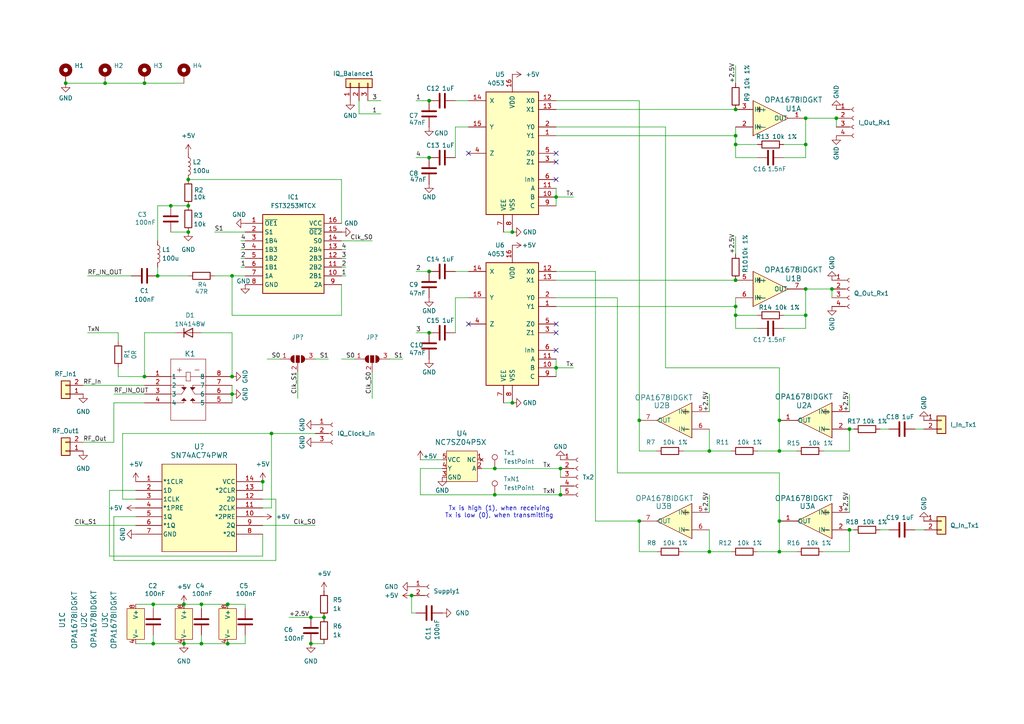
<source format=kicad_sch>
(kicad_sch (version 20231120) (generator "eeschema") (generator_version "8.0")
  (paper "A4")
  (title_block (title "Phasor Radio: Mixer") (date "2024-04-28") (rev "v2") (company "Stefan Meyre, HB9GZE"))
  (junction (at 213.36 41.91))
  (junction (at 30.48 24.13))
  (junction (at 226.06 130.81))
  (junction (at 58.42 186.69))
  (junction (at 44.45 186.69))
  (junction (at 67.31 109.22))
  (junction (at 162.56 135.89))
  (junction (at 41.91 24.13))
  (junction (at 241.3 83.82))
  (junction (at 185.42 121.92))
  (junction (at 233.68 41.91))
  (junction (at 90.17 179.07))
  (junction (at 41.91 109.22))
  (junction (at 161.29 57.15))
  (junction (at 213.36 31.75))
  (junction (at 58.42 175.26))
  (junction (at 185.42 151.13))
  (junction (at 233.68 34.29))
  (junction (at 54.61 59.69))
  (junction (at 54.61 67.31))
  (junction (at 67.31 80.01))
  (junction (at 143.51 143.51))
  (junction (at 67.31 114.3))
  (junction (at 53.34 175.26))
  (junction (at 124.46 96.52))
  (junction (at 205.74 130.81))
  (junction (at 66.04 186.69))
  (junction (at 233.68 91.44))
  (junction (at 213.36 88.9))
  (junction (at 233.68 83.82))
  (junction (at 66.04 175.26))
  (junction (at 213.36 81.28))
  (junction (at 205.74 160.02))
  (junction (at 53.34 186.69))
  (junction (at 93.98 179.07))
  (junction (at 54.61 52.07))
  (junction (at 148.59 67.31))
  (junction (at 226.06 121.92))
  (junction (at 161.29 106.68))
  (junction (at 45.72 80.01))
  (junction (at 119.38 172.72))
  (junction (at 143.51 135.89))
  (junction (at 90.17 186.69))
  (junction (at 78.74 125.73))
  (junction (at 213.36 39.37))
  (junction (at 213.36 91.44))
  (junction (at 226.06 160.02))
  (junction (at 19.05 24.13))
  (junction (at 76.2 139.7))
  (junction (at 162.56 143.51))
  (junction (at 49.53 59.69))
  (junction (at 246.38 124.46))
  (junction (at 124.46 45.72))
  (junction (at 124.46 29.21))
  (junction (at 246.38 153.67))
  (junction (at 124.46 78.74))
  (junction (at 242.57 34.29))
  (junction (at 44.45 175.26))
  (junction (at 226.06 151.13))
  (junction (at 148.59 116.84))
  (no_connect (at 135.89 44.45))
  (no_connect (at 135.89 93.98))
  (no_connect (at 161.29 52.07))
  (no_connect (at 161.29 93.98))
  (no_connect (at 161.29 96.52))
  (no_connect (at 161.29 101.6))
  (no_connect (at 161.29 44.45))
  (no_connect (at 161.29 46.99))
  (wire (pts (xy 67.31 111.76) (xy 67.31 114.3)))
  (wire (pts (xy 34.29 99.06) (xy 34.29 96.52)))
  (wire (pts (xy 39.37 144.78) (xy 35.56 144.78)))
  (wire (pts (xy 71.12 69.85) (xy 69.85 69.85)))
  (wire (pts (xy 33.02 128.27) (xy 33.02 116.84)))
  (wire (pts (xy 113.03 104.14) (xy 116.84 104.14)))
  (wire (pts (xy 128.27 135.89) (xy 121.92 135.89)))
  (wire (pts (xy 242.57 34.29) (xy 242.57 36.83)))
  (wire (pts (xy 255.27 153.67) (xy 257.81 153.67)))
  (wire (pts (xy 76.2 154.94) (xy 76.2 161.29)))
  (wire (pts (xy 99.06 69.85) (xy 107.95 69.85)))
  (wire (pts (xy 213.36 88.9) (xy 213.36 91.44)))
  (wire (pts (xy 233.68 83.82) (xy 241.3 83.82)))
  (wire (pts (xy 246.38 143.51) (xy 246.38 148.59)))
  (wire (pts (xy 99.06 104.14) (xy 102.87 104.14)))
  (wire (pts (xy 205.74 130.81) (xy 212.09 130.81)))
  (wire (pts (xy 30.48 24.13) (xy 41.91 24.13)))
  (wire (pts (xy 198.12 160.02) (xy 205.74 160.02)))
  (wire (pts (xy 247.65 124.46) (xy 246.38 124.46)))
  (wire (pts (xy 67.31 80.01) (xy 67.31 91.44)))
  (wire (pts (xy 205.74 153.67) (xy 205.74 160.02)))
  (wire (pts (xy 45.72 59.69) (xy 45.72 69.85)))
  (wire (pts (xy 35.56 144.78) (xy 35.56 125.73)))
  (wire (pts (xy 132.08 86.36) (xy 132.08 96.52)))
  (wire (pts (xy 198.12 130.81) (xy 205.74 130.81)))
  (wire (pts (xy 255.27 124.46) (xy 257.81 124.46)))
  (wire (pts (xy 246.38 114.3) (xy 246.38 119.38)))
  (wire (pts (xy 241.3 83.82) (xy 241.3 86.36)))
  (wire (pts (xy 24.13 111.76) (xy 41.91 111.76)))
  (wire (pts (xy 83.82 179.07) (xy 90.17 179.07)))
  (wire (pts (xy 121.92 133.35) (xy 128.27 133.35)))
  (wire (pts (xy 120.65 96.52) (xy 124.46 96.52)))
  (wire (pts (xy 161.29 57.15) (xy 166.37 57.15)))
  (wire (pts (xy 265.43 153.67) (xy 267.97 153.67)))
  (wire (pts (xy 246.38 124.46) (xy 246.38 130.81)))
  (wire (pts (xy 39.37 186.69) (xy 44.45 186.69)))
  (wire (pts (xy 71.12 77.47) (xy 69.85 77.47)))
  (wire (pts (xy 193.04 106.68) (xy 193.04 36.83)))
  (wire (pts (xy 67.31 114.3) (xy 67.31 116.84)))
  (wire (pts (xy 213.36 39.37) (xy 213.36 41.91)))
  (wire (pts (xy 49.53 67.31) (xy 54.61 67.31)))
  (wire (pts (xy 33.02 162.56) (xy 80.01 162.56)))
  (wire (pts (xy 179.07 86.36) (xy 161.29 86.36)))
  (wire (pts (xy 146.05 67.31) (xy 148.59 67.31)))
  (wire (pts (xy 90.17 186.69) (xy 93.98 186.69)))
  (wire (pts (xy 121.92 143.51) (xy 121.92 135.89)))
  (wire (pts (xy 86.36 107.95) (xy 86.36 115.57)))
  (wire (pts (xy 67.31 80.01) (xy 71.12 80.01)))
  (wire (pts (xy 77.47 104.14) (xy 81.28 104.14)))
  (wire (pts (xy 45.72 77.47) (xy 45.72 80.01)))
  (wire (pts (xy 161.29 81.28) (xy 213.36 81.28)))
  (wire (pts (xy 58.42 184.15) (xy 58.42 186.69)))
  (wire (pts (xy 53.34 175.26) (xy 58.42 175.26)))
  (wire (pts (xy 265.43 124.46) (xy 267.97 124.46)))
  (wire (pts (xy 219.71 130.81) (xy 226.06 130.81)))
  (wire (pts (xy 132.08 45.72) (xy 132.08 36.83)))
  (wire (pts (xy 71.12 176.53) (xy 71.12 175.26)))
  (wire (pts (xy 143.51 135.89) (xy 162.56 135.89)))
  (wire (pts (xy 31.75 142.24) (xy 39.37 142.24)))
  (wire (pts (xy 185.42 29.21) (xy 161.29 29.21)))
  (wire (pts (xy 71.12 184.15) (xy 71.12 186.69)))
  (wire (pts (xy 69.85 72.39) (xy 71.12 72.39)))
  (wire (pts (xy 31.75 161.29) (xy 31.75 142.24)))
  (wire (pts (xy 104.14 29.21) (xy 104.14 33.02)))
  (wire (pts (xy 205.74 160.02) (xy 212.09 160.02)))
  (wire (pts (xy 185.42 29.21) (xy 185.42 121.92)))
  (wire (pts (xy 58.42 175.26) (xy 66.04 175.26)))
  (wire (pts (xy 213.36 45.72) (xy 219.71 45.72)))
  (wire (pts (xy 219.71 160.02) (xy 226.06 160.02)))
  (wire (pts (xy 161.29 106.68) (xy 161.29 109.22)))
  (wire (pts (xy 76.2 152.4) (xy 91.44 152.4)))
  (wire (pts (xy 226.06 130.81) (xy 226.06 121.92)))
  (wire (pts (xy 33.02 116.84) (xy 41.91 116.84)))
  (wire (pts (xy 185.42 151.13) (xy 172.72 151.13)))
  (wire (pts (xy 34.29 106.68) (xy 34.29 109.22)))
  (wire (pts (xy 231.14 130.81) (xy 226.06 130.81)))
  (wire (pts (xy 132.08 78.74) (xy 135.89 78.74)))
  (wire (pts (xy 67.31 96.52) (xy 67.31 109.22)))
  (wire (pts (xy 45.72 59.69) (xy 49.53 59.69)))
  (wire (pts (xy 41.91 24.13) (xy 53.34 24.13)))
  (wire (pts (xy 99.06 82.55) (xy 99.06 91.44)))
  (wire (pts (xy 185.42 160.02) (xy 185.42 151.13)))
  (wire (pts (xy 44.45 175.26) (xy 53.34 175.26)))
  (wire (pts (xy 19.05 24.13) (xy 30.48 24.13)))
  (wire (pts (xy 185.42 130.81) (xy 190.5 130.81)))
  (wire (pts (xy 25.4 80.01) (xy 38.1 80.01)))
  (wire (pts (xy 161.29 106.68) (xy 166.37 106.68)))
  (wire (pts (xy 90.17 179.07) (xy 93.98 179.07)))
  (wire (pts (xy 76.2 139.7) (xy 76.2 142.24)))
  (wire (pts (xy 179.07 137.16) (xy 179.07 86.36)))
  (wire (pts (xy 213.36 41.91) (xy 219.71 41.91)))
  (wire (pts (xy 161.29 104.14) (xy 161.29 106.68)))
  (wire (pts (xy 162.56 135.89) (xy 162.56 138.43)))
  (wire (pts (xy 44.45 175.26) (xy 44.45 176.53)))
  (wire (pts (xy 104.14 33.02) (xy 110.49 33.02)))
  (wire (pts (xy 226.06 151.13) (xy 226.06 160.02)))
  (wire (pts (xy 62.23 67.31) (xy 71.12 67.31)))
  (wire (pts (xy 193.04 36.83) (xy 161.29 36.83)))
  (wire (pts (xy 227.33 41.91) (xy 233.68 41.91)))
  (wire (pts (xy 58.42 186.69) (xy 66.04 186.69)))
  (wire (pts (xy 226.06 121.92) (xy 226.06 106.68)))
  (wire (pts (xy 227.33 95.25) (xy 233.68 95.25)))
  (wire (pts (xy 213.36 41.91) (xy 213.36 45.72)))
  (wire (pts (xy 100.33 80.01) (xy 99.06 80.01)))
  (wire (pts (xy 120.65 45.72) (xy 124.46 45.72)))
  (wire (pts (xy 161.29 78.74) (xy 172.72 78.74)))
  (wire (pts (xy 62.23 80.01) (xy 67.31 80.01)))
  (wire (pts (xy 107.95 107.95) (xy 107.95 115.57)))
  (wire (pts (xy 226.06 151.13) (xy 226.06 137.16)))
  (wire (pts (xy 139.7 135.89) (xy 143.51 135.89)))
  (wire (pts (xy 121.92 143.51) (xy 143.51 143.51)))
  (wire (pts (xy 213.36 73.66) (xy 213.36 68.58)))
  (wire (pts (xy 54.61 52.07) (xy 99.06 52.07)))
  (wire (pts (xy 71.12 74.93) (xy 69.85 74.93)))
  (wire (pts (xy 41.91 109.22) (xy 41.91 96.52)))
  (wire (pts (xy 33.02 149.86) (xy 33.02 162.56)))
  (wire (pts (xy 190.5 160.02) (xy 185.42 160.02)))
  (wire (pts (xy 246.38 130.81) (xy 238.76 130.81)))
  (wire (pts (xy 233.68 34.29) (xy 242.57 34.29)))
  (wire (pts (xy 246.38 153.67) (xy 246.38 160.02)))
  (wire (pts (xy 135.89 86.36) (xy 132.08 86.36)))
  (wire (pts (xy 143.51 143.51) (xy 162.56 143.51)))
  (wire (pts (xy 185.42 121.92) (xy 185.42 130.81)))
  (wire (pts (xy 132.08 29.21) (xy 135.89 29.21)))
  (wire (pts (xy 119.38 177.8) (xy 120.65 177.8)))
  (wire (pts (xy 41.91 96.52) (xy 50.8 96.52)))
  (wire (pts (xy 146.05 116.84) (xy 148.59 116.84)))
  (wire (pts (xy 226.06 137.16) (xy 179.07 137.16)))
  (wire (pts (xy 161.29 57.15) (xy 161.29 59.69)))
  (wire (pts (xy 99.06 74.93) (xy 100.33 74.93)))
  (wire (pts (xy 205.74 114.3) (xy 205.74 119.38)))
  (wire (pts (xy 66.04 175.26) (xy 71.12 175.26)))
  (wire (pts (xy 44.45 184.15) (xy 44.45 186.69)))
  (wire (pts (xy 39.37 175.26) (xy 44.45 175.26)))
  (wire (pts (xy 49.53 59.69) (xy 54.61 59.69)))
  (wire (pts (xy 205.74 124.46) (xy 205.74 130.81)))
  (wire (pts (xy 172.72 151.13) (xy 172.72 78.74)))
  (wire (pts (xy 54.61 80.01) (xy 45.72 80.01)))
  (wire (pts (xy 227.33 45.72) (xy 233.68 45.72)))
  (wire (pts (xy 80.01 144.78) (xy 76.2 144.78)))
  (wire (pts (xy 213.36 91.44) (xy 213.36 95.25)))
  (wire (pts (xy 53.34 186.69) (xy 58.42 186.69)))
  (wire (pts (xy 58.42 96.52) (xy 67.31 96.52)))
  (wire (pts (xy 120.65 78.74) (xy 124.46 78.74)))
  (wire (pts (xy 33.02 114.3) (xy 41.91 114.3)))
  (wire (pts (xy 226.06 106.68) (xy 193.04 106.68)))
  (wire (pts (xy 39.37 149.86) (xy 33.02 149.86)))
  (wire (pts (xy 233.68 91.44) (xy 233.68 83.82)))
  (wire (pts (xy 78.74 125.73) (xy 91.44 125.73)))
  (wire (pts (xy 119.38 172.72) (xy 119.38 177.8)))
  (wire (pts (xy 91.44 104.14) (xy 95.25 104.14)))
  (wire (pts (xy 35.56 125.73) (xy 78.74 125.73)))
  (wire (pts (xy 161.29 54.61) (xy 161.29 57.15)))
  (wire (pts (xy 80.01 162.56) (xy 80.01 144.78)))
  (wire (pts (xy 233.68 95.25) (xy 233.68 91.44)))
  (wire (pts (xy 100.33 77.47) (xy 99.06 77.47)))
  (wire (pts (xy 21.59 152.4) (xy 39.37 152.4)))
  (wire (pts (xy 99.06 91.44) (xy 67.31 91.44)))
  (wire (pts (xy 132.08 36.83) (xy 135.89 36.83)))
  (wire (pts (xy 213.36 88.9) (xy 213.36 86.36)))
  (wire (pts (xy 161.29 39.37) (xy 213.36 39.37)))
  (wire (pts (xy 34.29 109.22) (xy 41.91 109.22)))
  (wire (pts (xy 213.36 91.44) (xy 219.71 91.44)))
  (wire (pts (xy 161.29 88.9) (xy 213.36 88.9)))
  (wire (pts (xy 226.06 160.02) (xy 231.14 160.02)))
  (wire (pts (xy 213.36 24.13) (xy 213.36 19.05)))
  (wire (pts (xy 233.68 41.91) (xy 233.68 34.29)))
  (wire (pts (xy 99.06 52.07) (xy 99.06 64.77)))
  (wire (pts (xy 213.36 39.37) (xy 213.36 36.83)))
  (wire (pts (xy 24.13 128.27) (xy 33.02 128.27)))
  (wire (pts (xy 25.4 96.52) (xy 34.29 96.52)))
  (wire (pts (xy 247.65 153.67) (xy 246.38 153.67)))
  (wire (pts (xy 58.42 175.26) (xy 58.42 176.53)))
  (wire (pts (xy 161.29 31.75) (xy 213.36 31.75)))
  (wire (pts (xy 78.74 147.32) (xy 78.74 125.73)))
  (wire (pts (xy 246.38 160.02) (xy 238.76 160.02)))
  (wire (pts (xy 227.33 91.44) (xy 233.68 91.44)))
  (wire (pts (xy 71.12 186.69) (xy 66.04 186.69)))
  (wire (pts (xy 106.68 29.21) (xy 110.49 29.21)))
  (wire (pts (xy 213.36 95.25) (xy 219.71 95.25)))
  (wire (pts (xy 120.65 29.21) (xy 124.46 29.21)))
  (wire (pts (xy 76.2 161.29) (xy 31.75 161.29)))
  (wire (pts (xy 233.68 45.72) (xy 233.68 41.91)))
  (wire (pts (xy 100.33 72.39) (xy 99.06 72.39)))
  (wire (pts (xy 205.74 143.51) (xy 205.74 148.59)))
  (wire (pts (xy 44.45 186.69) (xy 53.34 186.69)))
  (wire (pts (xy 162.56 140.97) (xy 162.56 143.51)))
  (wire (pts (xy 76.2 147.32) (xy 78.74 147.32)))
  (text "Tx is high (1), when receiving\nTx is low (0), when transmitting" (at 144.78 148.59 0) (effects (font (size 1.27 1.27))))
  (label "3" (at 69.85 72.39 0))
  (label "3" (at 120.65 96.52 0))
  (label "RF_IN_OUT" (at 33.02 114.3 0))
  (label "+2.5V" (at 213.36 73.66 90))
  (label "S1" (at 114.3 104.14 0))
  (label "1" (at 69.85 77.47 0))
  (label "Clk_S0" (at 107.95 114.3 90))
  (label "Clk_S1" (at 86.36 114.3 90))
  (label "2" (at 69.85 74.93 0))
  (label "1" (at 107.95 33.02 0))
  (label "TxN" (at 25.4 96.52 0))
  (label "Tx" (at 166.37 57.15 180))
  (label "RF_Out" (at 24.13 128.27 0))
  (label "+2.5V" (at 205.74 148.59 90))
  (label "+2.5V" (at 246.38 148.59 90))
  (label "S0" (at 78.74 104.14 0))
  (label "+2.5V" (at 246.38 119.38 90))
  (label "1" (at 120.65 29.21 0))
  (label "Clk_S0" (at 85.09 152.4 0))
  (label "Tx" (at 166.37 106.68 180))
  (label "2" (at 120.65 78.74 0))
  (label "4" (at 120.65 45.72 0))
  (label "TxN" (at 157.48 143.51 0))
  (label "RF_IN_OUT" (at 25.4 80.01 0))
  (label "S1" (at 92.71 104.14 0))
  (label "RF_In" (at 24.13 111.76 0))
  (label "4" (at 69.85 69.85 0))
  (label "4" (at 99.06 72.39 0))
  (label "+2.5V" (at 83.82 179.07 0))
  (label "S1" (at 62.23 67.31 0))
  (label "+2.5V" (at 213.36 24.13 90))
  (label "2" (at 99.06 77.47 0))
  (label "Clk_S1" (at 21.59 152.4 0))
  (label "3" (at 99.06 74.93 0))
  (label "S0" (at 100.33 104.14 0))
  (label "+2.5V" (at 205.74 119.38 90))
  (label "Clk_S0" (at 101.6 69.85 0))
  (label "3" (at 107.95 29.21 0))
  (label "Tx" (at 157.48 135.89 0))
  (label "1" (at 99.06 80.01 0))
  (symbol (lib_id "Device:R") (at 34.29 102.87 180) (unit 1)
    (property "Reference" "R1" (at 36.83 102.616 90))
    (property "Value" "0R" (at 38.862 102.87 90))
    (property "Footprint" "Resistor_SMD:R_0805_2012Metric_Pad1.20x1.40mm_HandSolder" (effects (hide yes)))
    (property "Description" "Resistor" (effects (hide yes)))
  )
  (symbol (lib_id "power:+5V") (at 121.92 133.35 0) (unit 1)
    (property "Reference" "#PWR020" (effects (hide yes)))
    (property "Value" "+5V" (at 124.714 132.334 0))
    (property "Description" "Power symbol creates a global label with name \"+5V\"" (effects (hide yes)))
  )
  (symbol (lib_id "Device:R") (at 223.52 91.44 90) (unit 1)
    (property "Reference" "R14" (at 221.996 89.154 90))
    (property "Value" "10k 1%" (at 228.346 89.154 90))
    (property "Footprint" "Resistor_SMD:R_0805_2012Metric_Pad1.20x1.40mm_HandSolder" (effects (hide yes)))
    (property "Description" "Resistor" (effects (hide yes)))
  )
  (symbol (lib_id "power:GND") (at 53.34 186.69 0) (unit 1)
    (property "Reference" "#PWR05" (effects (hide yes)))
    (property "Value" "GND" (at 53.34 191.77 0))
    (property "Description" "Power symbol creates a global label with name \"GND\" , ground" (effects (hide yes)))
  )
  (symbol (lib_id "Mechanical:MountingHole_Pad") (at 19.05 21.59 0) (unit 1)
    (property "Reference" "H1" (at 21.59 19.0499 0) (effects (justify left)))
    (property "Value" "MountingHole_Pad" (effects (hide yes)))
    (property "Footprint" "MountingHole:MountingHole_2.7mm_M2.5_DIN965_Pad_TopBottom" (effects (hide yes)))
    (property "Description" "Mounting Hole with connection" (effects (hide yes)))
  )
  (symbol (lib_id "power:+5V") (at 93.98 171.45 0) (unit 1)
    (property "Reference" "#PWR015" (effects (hide yes)))
    (property "Value" "+5V" (at 93.98 166.37 0))
    (property "Description" "Power symbol creates a global label with name \"+5V\"" (effects (hide yes)))
  )
  (symbol (lib_id "Jumper:SolderJumper_3_Open") (at 86.36 104.14 0) (unit 1) (exclude_from_sim yes) (in_bom no)
    (property "Reference" "JP?" (at 86.36 97.79 0))
    (property "Value" "SolderJumper_3_Open" (effects (hide yes)))
    (property "Description" "Solder Jumper, 3-pole, open" (effects (hide yes)))
  )
  (symbol (lib_id "Device:L") (at 45.72 73.66 0) (unit 1)
    (property "Reference" "L1" (at 46.99 72.3899 0) (effects (justify left)))
    (property "Value" "100u" (at 46.99 74.9299 0) (effects (justify left)))
    (property "Footprint" "Inductor_SMD:L_0805_2012Metric_Pad1.15x1.40mm_HandSolder" (effects (hide yes)))
    (property "Description" "Inductor" (effects (hide yes)))
  )
  (symbol (lib_id "power:GND") (at 242.57 39.37 0) (unit 1)
    (property "Reference" "#PWR035" (effects (hide yes)))
    (property "Value" "GND" (at 242.57 44.45 90))
    (property "Description" "Power symbol creates a global label with name \"GND\" , ground" (effects (hide yes)))
  )
  (symbol (lib_id "Device:R") (at 215.9 160.02 90) (unit 1)
    (property "Reference" "R12" (at 210.312 157.48 90))
    (property "Value" "10k 1%" (at 217.424 157.48 90))
    (property "Footprint" "Resistor_SMD:R_0805_2012Metric_Pad1.20x1.40mm_HandSolder" (effects (hide yes)))
    (property "Description" "Resistor" (effects (hide yes)))
  )
  (symbol (lib_id "Connector:Conn_01x02_Socket") (at 124.46 170.18 0) (unit 1)
    (property "Reference" "Supply1" (at 125.73 171.4499 0) (effects (justify left)))
    (property "Value" "Conn_01x02_Socket" (effects (hide yes)))
    (property "Footprint" "Connector_JST:JST_EH_B2B-EH-A_1x02_P2.50mm_Vertical" (effects (hide yes)))
    (property "Description" "Generic connector, single row, 01x02, script generated" (effects (hide yes)))
  )
  (symbol (lib_id "Device:C") (at 71.12 180.34 180) (unit 1)
    (property "Reference" "C5" (at 69.342 169.926 0) (effects (justify right)))
    (property "Value" "100nF" (at 68.326 172.212 0) (effects (justify right)))
    (property "Footprint" "Capacitor_SMD:C_0805_2012Metric_Pad1.18x1.45mm_HandSolder" (effects (hide yes)))
    (property "Description" "Unpolarized capacitor" (effects (hide yes)))
  )
  (symbol (lib_id "Connector:Conn_01x04_Socket") (at 247.65 34.29 0) (unit 1)
    (property "Reference" "I_Out_Rx1" (at 248.92 35.5599 0) (effects (justify left)))
    (property "Value" "Conn_01x04_Socket" (effects (hide yes)))
    (property "Footprint" "Connector_JST:JST_EH_B4B-EH-A_1x04_P2.50mm_Vertical" (effects (hide yes)))
    (property "Description" "Generic connector, single row, 01x04, script generated" (effects (hide yes)))
  )
  (symbol (lib_id "power:GND") (at 24.13 130.81 0) (unit 1)
    (property "Reference" "#PWR03" (effects (hide yes)))
    (property "Value" "GND" (at 24.13 135.89 0))
    (property "Description" "Power symbol creates a global label with name \"GND\" , ground" (effects (hide yes)))
  )
  (symbol (lib_id "power:GND") (at 99.06 67.31 90) (unit 1)
    (property "Reference" "#PWR016" (effects (hide yes)))
    (property "Value" "GND" (at 101.854 64.77 90))
    (property "Description" "Power symbol creates a global label with name \"GND\" , ground" (effects (hide yes)))
  )
  (symbol (lib_id "power:GND") (at 124.46 53.34 0) (unit 1)
    (property "Reference" "#PWR022" (effects (hide yes)))
    (property "Value" "GND" (at 124.46 57.15 0))
    (property "Description" "Power symbol creates a global label with name \"GND\" , ground" (effects (hide yes)))
  )
  (symbol (lib_id "Private:OPA1678IDGKT") (at 223.52 82.55 0) (mirror x) (unit 2)
    (property "Reference" "U1" (at 230.124 80.772 0) (effects (font (size 1.524 1.524))))
    (property "Value" "OPA1678IDGKT" (at 230.124 78.232 0) (effects (font (size 1.524 1.524))))
    (property "Footprint" "Private:OPA1678_L" (effects (hide yes)))
    (property "Datasheet" "OPA1678IDGKT" (effects (hide yes)))
  )
  (symbol (lib_id "power:GND") (at 91.44 123.19 270) (unit 1)
    (property "Reference" "#PWR013" (effects (hide yes)))
    (property "Value" "GND" (at 87.63 123.19 0))
    (property "Description" "Power symbol creates a global label with name \"GND\" , ground" (effects (hide yes)))
  )
  (symbol (lib_id "power:+5V") (at 76.2 149.86 270) (unit 1)
    (property "Reference" "#PWR042" (effects (hide yes)))
    (property "Value" "+5V" (at 80.01 149.8599 90) (effects (justify left)))
    (property "Description" "Power symbol creates a global label with name \"+5V\"" (effects (hide yes)))
  )
  (symbol (lib_id "Device:R") (at 194.31 160.02 90) (unit 1)
    (property "Reference" "R8" (at 188.976 157.48 90))
    (property "Value" "10k 1%" (at 195.834 157.48 90))
    (property "Footprint" "Resistor_SMD:R_0805_2012Metric_Pad1.20x1.40mm_HandSolder" (effects (hide yes)))
    (property "Description" "Resistor" (effects (hide yes)))
  )
  (symbol (lib_id "Device:R") (at 234.95 160.02 90) (unit 1)
    (property "Reference" "R16" (at 230.124 157.48 90))
    (property "Value" "10k 1%" (at 237.49 157.48 90))
    (property "Footprint" "Resistor_SMD:R_0805_2012Metric_Pad1.20x1.40mm_HandSolder" (effects (hide yes)))
    (property "Description" "Resistor" (effects (hide yes)))
  )
  (symbol (lib_id "Device:C") (at 124.46 177.8 270) (unit 1)
    (property "Reference" "C11" (at 124.206 185.674 0) (effects (justify right)))
    (property "Value" "100nF" (at 126.746 185.674 0) (effects (justify right)))
    (property "Footprint" "Capacitor_SMD:C_0805_2012Metric_Pad1.18x1.45mm_HandSolder" (effects (hide yes)))
    (property "Description" "Unpolarized capacitor" (effects (hide yes)))
  )
  (symbol (lib_id "power:+5V") (at 76.2 139.7 0) (unit 1)
    (property "Reference" "#PWR039" (effects (hide yes)))
    (property "Value" "+5V" (at 76.2 134.62 0))
    (property "Description" "Power symbol creates a global label with name \"+5V\"" (effects (hide yes)))
  )
  (symbol (lib_id "Device:R") (at 194.31 130.81 90) (unit 1)
    (property "Reference" "R7" (at 188.722 128.27 90))
    (property "Value" "10k 1%" (at 195.834 128.27 90))
    (property "Footprint" "Resistor_SMD:R_0805_2012Metric_Pad1.20x1.40mm_HandSolder" (effects (hide yes)))
    (property "Description" "Resistor" (effects (hide yes)))
  )
  (symbol (lib_id "Device:C") (at 128.27 96.52 270) (unit 1)
    (property "Reference" "C15" (at 127.508 92.964 90) (effects (justify right)))
    (property "Value" "1uF" (at 131.826 92.964 90) (effects (justify right)))
    (property "Footprint" "Capacitor_SMD:C_0805_2012Metric_Pad1.18x1.45mm_HandSolder" (effects (hide yes)))
    (property "Description" "Unpolarized capacitor" (effects (hide yes)))
  )
  (symbol (lib_id "power:GND") (at 242.57 31.75 180) (unit 1)
    (property "Reference" "#PWR034" (effects (hide yes)))
    (property "Value" "GND" (at 242.57 26.67 90))
    (property "Description" "Power symbol creates a global label with name \"GND\" , ground" (effects (hide yes)))
  )
  (symbol (lib_id "Private:SN74AC74PWR") (at 39.37 139.7 0) (unit 1)
    (property "Reference" "U?" (at 57.785 129.54 0) (effects (font (size 1.524 1.524))))
    (property "Value" "SN74AC74PWR" (at 57.785 132.08 0) (effects (font (size 1.524 1.524))))
    (property "Footprint" "Private:74AC74-L" (effects (hide yes)))
    (property "Datasheet" "SN74AC74PWR" (effects (hide yes)))
  )
  (symbol (lib_id "power:GND") (at 267.97 151.13 180) (unit 1)
    (property "Reference" "#PWR037" (effects (hide yes)))
    (property "Value" "GND" (at 267.97 146.05 90))
    (property "Description" "Power symbol creates a global label with name \"GND\" , ground" (effects (hide yes)))
  )
  (symbol (lib_id "Mechanical:MountingHole_Pad") (at 41.91 21.59 0) (unit 1)
    (property "Reference" "H3" (at 44.45 19.0499 0) (effects (justify left)))
    (property "Value" "MountingHole_Pad" (effects (hide yes)))
    (property "Footprint" "MountingHole:MountingHole_2.7mm_M2.5_DIN965_Pad_TopBottom" (effects (hide yes)))
    (property "Description" "Mounting Hole with connection" (effects (hide yes)))
  )
  (symbol (lib_id "Device:L") (at 54.61 48.26 0) (unit 1)
    (property "Reference" "L2" (at 55.88 46.9899 0) (effects (justify left)))
    (property "Value" "100u" (at 55.88 49.5299 0) (effects (justify left)))
    (property "Footprint" "Inductor_SMD:L_0805_2012Metric_Pad1.15x1.40mm_HandSolder" (effects (hide yes)))
    (property "Description" "Inductor" (effects (hide yes)))
  )
  (symbol (lib_id "Connector:TestPoint") (at 143.51 143.51 0) (unit 1)
    (property "Reference" "TxN1" (at 146.05 138.9379 0) (effects (justify left)))
    (property "Value" "TestPoint" (at 146.05 141.4779 0) (effects (justify left)))
    (property "Footprint" "Connector_Pin:Pin_D0.7mm_L6.5mm_W1.8mm_FlatFork" (effects (hide yes)))
    (property "Description" "test point" (effects (hide yes)))
  )
  (symbol (lib_id "power:GND") (at 124.46 86.36 0) (unit 1)
    (property "Reference" "#PWR023" (effects (hide yes)))
    (property "Value" "GND" (at 124.46 90.17 0))
    (property "Description" "Power symbol creates a global label with name \"GND\" , ground" (effects (hide yes)))
  )
  (symbol (lib_id "Device:R") (at 215.9 130.81 90) (unit 1)
    (property "Reference" "R11" (at 209.55 128.27 90))
    (property "Value" "10k 1%" (at 217.424 128.27 90))
    (property "Footprint" "Resistor_SMD:R_0805_2012Metric_Pad1.20x1.40mm_HandSolder" (effects (hide yes)))
    (property "Description" "Resistor" (effects (hide yes)))
  )
  (symbol (lib_id "Connector_Generic:Conn_01x02") (at 19.05 130.81 180) (unit 1)
    (property "Reference" "RF_Out1" (at 19.05 124.968 0))
    (property "Value" "Conn_01x02" (effects (hide yes)))
    (property "Footprint" "Connector_PinHeader_2.54mm:PinHeader_1x02_P2.54mm_Vertical" (effects (hide yes)))
    (property "Description" "Generic connector, single row, 01x02, script generated (kicad-library-utils/schlib/autogen/connector/)" (effects (hide yes)))
  )
  (symbol (lib_id "power:GND") (at 162.56 133.35 180) (unit 1)
    (property "Reference" "#PWR031" (effects (hide yes)))
    (property "Value" "GND" (at 162.56 129.54 0))
    (property "Description" "Power symbol creates a global label with name \"GND\" , ground" (effects (hide yes)))
  )
  (symbol (lib_id "Diode:1N4148W") (at 54.61 96.52 0) (unit 1)
    (property "Reference" "D1" (at 55.118 91.44 0))
    (property "Value" "1N4148W" (at 55.118 93.98 0))
    (property "Footprint" "Diode_SMD:D_SOD-123" (effects (hide yes)))
    (property "Datasheet" "https://www.vishay.com/docs/85748/1n4148w.pdf" (effects (hide yes)))
    (property "Description" "75V 0.15A Fast Switching Diode, SOD-123" (effects (hide yes)))
    (property "Sim.Device" "D" (effects (hide yes)))
    (property "Sim.Pins" "1=K 2=A" (effects (hide yes)))
  )
  (symbol (lib_id "power:GND") (at 54.61 67.31 0) (unit 1)
    (property "Reference" "#PWR07" (effects (hide yes)))
    (property "Value" "GND" (at 54.61 72.39 0))
    (property "Description" "Power symbol creates a global label with name \"GND\" , ground" (effects (hide yes)))
  )
  (symbol (lib_id "power:GND") (at 128.27 138.43 0) (unit 1)
    (property "Reference" "#PWR025" (effects (hide yes)))
    (property "Value" "GND" (at 128.27 142.24 0))
    (property "Description" "Power symbol creates a global label with name \"GND\" , ground" (effects (hide yes)))
  )
  (symbol (lib_id "Private:OPA1678IDGKT") (at 236.22 149.86 180) (unit 1)
    (property "Reference" "U3" (at 234.188 146.812 0) (effects (font (size 1.524 1.524))))
    (property "Value" "OPA1678IDGKT" (at 233.172 144.526 0) (effects (font (size 1.524 1.524))))
    (property "Footprint" "Private:OPA1678_L" (effects (hide yes)))
    (property "Datasheet" "OPA1678IDGKT" (effects (hide yes)))
  )
  (symbol (lib_id "4xxx:4053") (at 148.59 93.98 0) (mirror y) (unit 1)
    (property "Reference" "U6" (at 146.3959 71.12 0) (effects (justify left)))
    (property "Value" "4053" (at 146.3959 73.66 0) (effects (justify left)))
    (property "Footprint" "Private:TSSOP16_5P1X4P5_NEX" (effects (hide yes)))
    (property "Datasheet" "http://www.intersil.com/content/dam/Intersil/documents/cd40/cd4051bms-52bms-53bms.pdf" (effects (hide yes)))
    (property "Description" "Triple analog Multiplexer 2 to 1 line" (effects (hide yes)))
  )
  (symbol (lib_id "Jumper:SolderJumper_3_Open") (at 107.95 104.14 0) (unit 1) (exclude_from_sim yes) (in_bom no)
    (property "Reference" "JP?" (at 107.95 97.79 0))
    (property "Value" "SolderJumper_3_Open" (effects (hide yes)))
    (property "Description" "Solder Jumper, 3-pole, open" (effects (hide yes)))
  )
  (symbol (lib_id "power:GND") (at 148.59 116.84 90) (unit 1)
    (property "Reference" "#PWR030" (effects (hide yes)))
    (property "Value" "GND" (at 153.67 116.84 90))
    (property "Description" "Power symbol creates a global label with name \"GND\" , ground" (effects (hide yes)))
  )
  (symbol (lib_id "Connector_Generic:Conn_01x03") (at 104.14 24.13 90) (unit 1)
    (property "Reference" "IQ_Balance1" (at 108.458 21.336 90) (effects (justify left)))
    (property "Value" "Conn_01x03" (effects (hide yes)))
    (property "Footprint" "Connector_PinHeader_1.00mm:PinHeader_1x03_P1.00mm_Vertical" (effects (hide yes)))
    (property "Description" "Generic connector, single row, 01x03, script generated (kicad-library-utils/schlib/autogen/connector/)" (effects (hide yes)))
  )
  (symbol (lib_id "power:+5V") (at 148.59 71.12 270) (unit 1)
    (property "Reference" "#PWR029" (effects (hide yes)))
    (property "Value" "+5V" (at 153.416 71.12 90))
    (property "Description" "Power symbol creates a global label with name \"+5V\"" (effects (hide yes)))
  )
  (symbol (lib_id "power:+5V") (at 39.37 147.32 90) (unit 1)
    (property "Reference" "#PWR040" (effects (hide yes)))
    (property "Value" "+5V" (at 35.56 147.3199 90) (effects (justify left)))
    (property "Description" "Power symbol creates a global label with name \"+5V\"" (effects (hide yes)))
  )
  (symbol (lib_id "power:GND") (at 148.59 67.31 90) (unit 1)
    (property "Reference" "#PWR028" (effects (hide yes)))
    (property "Value" "GND" (at 153.67 67.31 90))
    (property "Description" "Power symbol creates a global label with name \"GND\" , ground" (effects (hide yes)))
  )
  (symbol (lib_id "Device:C") (at 44.45 180.34 180) (unit 1)
    (property "Reference" "C2" (at 42.926 169.926 0) (effects (justify right)))
    (property "Value" "100nF" (at 41.91 172.212 0) (effects (justify right)))
    (property "Footprint" "Capacitor_SMD:C_0805_2012Metric_Pad1.18x1.45mm_HandSolder" (effects (hide yes)))
    (property "Description" "Unpolarized capacitor" (effects (hide yes)))
  )
  (symbol (lib_id "Device:R") (at 58.42 80.01 90) (unit 1)
    (property "Reference" "R4" (at 58.674 82.55 90))
    (property "Value" "47R" (at 58.42 84.582 90))
    (property "Footprint" "Resistor_SMD:R_0805_2012Metric_Pad1.20x1.40mm_HandSolder" (effects (hide yes)))
    (property "Description" "Resistor" (effects (hide yes)))
  )
  (symbol (lib_id "Device:C") (at 124.46 49.53 180) (unit 1)
    (property "Reference" "C8" (at 118.618 50.292 0) (effects (justify right)))
    (property "Value" "47nF" (at 118.872 52.07 0) (effects (justify right)))
    (property "Footprint" "Capacitor_SMD:C_0805_2012Metric_Pad1.18x1.45mm_HandSolder" (effects (hide yes)))
    (property "Description" "Unpolarized capacitor" (effects (hide yes)))
  )
  (symbol (lib_id "Device:C") (at 223.52 95.25 270) (unit 1)
    (property "Reference" "C17" (at 222.25 98.552 90) (effects (justify right)))
    (property "Value" "1.5nF" (at 228.092 98.552 90) (effects (justify right)))
    (property "Footprint" "Capacitor_SMD:C_0805_2012Metric_Pad1.18x1.45mm_HandSolder" (effects (hide yes)))
    (property "Description" "Unpolarized capacitor" (effects (hide yes)))
  )
  (symbol (lib_id "Device:C") (at 124.46 82.55 180) (unit 1)
    (property "Reference" "C9" (at 118.618 82.55 0) (effects (justify right)))
    (property "Value" "47nF" (at 118.618 85.09 0) (effects (justify right)))
    (property "Footprint" "Capacitor_SMD:C_0805_2012Metric_Pad1.18x1.45mm_HandSolder" (effects (hide yes)))
    (property "Description" "Unpolarized capacitor" (effects (hide yes)))
  )
  (symbol (lib_id "Device:R") (at 251.46 153.67 90) (unit 1)
    (property "Reference" "R18" (at 247.142 151.384 90))
    (property "Value" "10k 1%" (at 253.746 151.384 90))
    (property "Footprint" "Resistor_SMD:R_0805_2012Metric_Pad1.20x1.40mm_HandSolder" (effects (hide yes)))
    (property "Description" "Resistor" (effects (hide yes)))
  )
  (symbol (lib_id "Device:R") (at 93.98 175.26 180) (unit 1)
    (property "Reference" "R5" (at 96.52 173.9899 0) (effects (justify right)))
    (property "Value" "1k" (at 96.52 176.5299 0) (effects (justify right)))
    (property "Footprint" "Resistor_SMD:R_0805_2012Metric_Pad1.20x1.40mm_HandSolder" (effects (hide yes)))
    (property "Description" "Resistor" (effects (hide yes)))
  )
  (symbol (lib_id "power:+5V") (at 119.38 172.72 90) (unit 1)
    (property "Reference" "#PWR019" (effects (hide yes)))
    (property "Value" "+5V" (at 115.57 172.7199 90) (effects (justify left)))
    (property "Description" "Power symbol creates a global label with name \"+5V\"" (effects (hide yes)))
  )
  (symbol (lib_id "Connector:Conn_01x04_Socket") (at 246.38 83.82 0) (unit 1)
    (property "Reference" "Q_Out_Rx1" (at 247.65 85.0899 0) (effects (justify left)))
    (property "Value" "Conn_01x04_Socket" (effects (hide yes)))
    (property "Footprint" "Connector_JST:JST_EH_B4B-EH-A_1x04_P2.50mm_Vertical" (effects (hide yes)))
    (property "Description" "Generic connector, single row, 01x04, script generated" (effects (hide yes)))
  )
  (symbol (lib_id "Mechanical:MountingHole_Pad") (at 53.34 21.59 0) (unit 1)
    (property "Reference" "H4" (at 55.88 19.0499 0) (effects (justify left)))
    (property "Value" "MountingHole_Pad" (effects (hide yes)))
    (property "Footprint" "MountingHole:MountingHole_2.7mm_M2.5_DIN965_Pad_TopBottom" (effects (hide yes)))
    (property "Description" "Mounting Hole with connection" (effects (hide yes)))
  )
  (symbol (lib_id "Private:OPA1678IDGKT") (at 195.58 120.65 180) (unit 2)
    (property "Reference" "U2" (at 191.9732 117.602 0) (effects (font (size 1.524 1.524))))
    (property "Value" "OPA1678IDGKT" (at 192.532 115.316 0) (effects (font (size 1.524 1.524))))
    (property "Footprint" "Private:OPA1678_L" (effects (hide yes)))
    (property "Datasheet" "OPA1678IDGKT" (effects (hide yes)))
  )
  (symbol (lib_id "power:GND") (at 67.31 109.22 90) (unit 1)
    (property "Reference" "#PWR08" (effects (hide yes)))
    (property "Value" "GND" (at 71.12 109.22 0))
    (property "Description" "Power symbol creates a global label with name \"GND\" , ground" (effects (hide yes)))
  )
  (symbol (lib_id "power:+5V") (at 54.61 44.45 0) (unit 1)
    (property "Reference" "#PWR06" (effects (hide yes)))
    (property "Value" "+5V" (at 54.61 39.37 0))
    (property "Description" "Power symbol creates a global label with name \"+5V\"" (effects (hide yes)))
  )
  (symbol (lib_id "power:GND") (at 128.27 177.8 90) (unit 1)
    (property "Reference" "#PWR026" (effects (hide yes)))
    (property "Value" "GND" (at 132.08 177.7999 90) (effects (justify right)))
    (property "Description" "Power symbol creates a global label with name \"GND\" , ground" (effects (hide yes)))
  )
  (symbol (lib_id "power:GND") (at 241.3 81.28 180) (unit 1)
    (property "Reference" "#PWR032" (effects (hide yes)))
    (property "Value" "GND" (at 241.3 76.2 90))
    (property "Description" "Power symbol creates a global label with name \"GND\" , ground" (effects (hide yes)))
  )
  (symbol (lib_id "power:+5V") (at 53.34 175.26 0) (unit 1)
    (property "Reference" "#PWR04" (effects (hide yes)))
    (property "Value" "+5V" (at 53.34 170.18 0))
    (property "Description" "Power symbol creates a global label with name \"+5V\"" (effects (hide yes)))
  )
  (symbol (lib_id "power:GND") (at 91.44 128.27 270) (unit 1)
    (property "Reference" "#PWR043" (effects (hide yes)))
    (property "Value" "GND" (at 87.63 128.27 0))
    (property "Description" "Power symbol creates a global label with name \"GND\" , ground" (effects (hide yes)))
  )
  (symbol (lib_id "power:+5V") (at 148.59 21.59 270) (unit 1)
    (property "Reference" "#PWR027" (effects (hide yes)))
    (property "Value" "+5V" (at 152.4 21.5899 90) (effects (justify left)))
    (property "Description" "Power symbol creates a global label with name \"+5V\"" (effects (hide yes)))
  )
  (symbol (lib_id "Device:R") (at 213.36 77.47 180) (unit 1)
    (property "Reference" "R10" (at 216.154 77.216 90))
    (property "Value" "10k 1%" (at 216.154 71.628 90))
    (property "Footprint" "Resistor_SMD:R_0805_2012Metric_Pad1.20x1.40mm_HandSolder" (effects (hide yes)))
    (property "Description" "Resistor" (effects (hide yes)))
  )
  (symbol (lib_id "power:GND") (at 39.37 154.94 270) (unit 1)
    (property "Reference" "#PWR038" (effects (hide yes)))
    (property "Value" "GND" (at 35.56 154.94 0))
    (property "Description" "Power symbol creates a global label with name \"GND\" , ground" (effects (hide yes)))
  )
  (symbol (lib_id "Private:OPA1678IDGKT") (at 38.1 181.61 270) (unit 3)
    (property "Reference" "U1" (at 18.034 179.832 0) (effects (font (size 1.524 1.524))))
    (property "Value" "OPA1678IDGKT" (at 21.59 179.832 0) (effects (font (size 1.524 1.524))))
    (property "Footprint" "Private:OPA1678_L" (effects (hide yes)))
    (property "Datasheet" "OPA1678IDGKT" (effects (hide yes)))
  )
  (symbol (lib_id "power:GND") (at 71.12 82.55 0) (unit 1)
    (property "Reference" "#PWR011" (effects (hide yes)))
    (property "Value" "GND" (at 70.612 81.534 0))
    (property "Description" "Power symbol creates a global label with name \"GND\" , ground" (effects (hide yes)))
  )
  (symbol (lib_id "Device:C") (at 58.42 180.34 180) (unit 1)
    (property "Reference" "C4" (at 56.642 169.926 0) (effects (justify right)))
    (property "Value" "100nF" (at 55.626 172.212 0) (effects (justify right)))
    (property "Footprint" "Capacitor_SMD:C_0805_2012Metric_Pad1.18x1.45mm_HandSolder" (effects (hide yes)))
    (property "Description" "Unpolarized capacitor" (effects (hide yes)))
  )
  (symbol (lib_id "Connector_Generic:Conn_01x02") (at 273.05 121.92 0) (unit 1)
    (property "Reference" "I_In_Tx1" (at 275.59 123.1899 0) (effects (justify left)))
    (property "Value" "Conn_01x02" (effects (hide yes)))
    (property "Footprint" "Connector_JST:JST_EH_B2B-EH-A_1x02_P2.50mm_Vertical" (effects (hide yes)))
    (property "Description" "Generic connector, single row, 01x02, script generated (kicad-library-utils/schlib/autogen/connector/)" (effects (hide yes)))
  )
  (symbol (lib_id "power:GND") (at 124.46 104.14 0) (unit 1)
    (property "Reference" "#PWR024" (effects (hide yes)))
    (property "Value" "GND" (at 124.46 107.95 0))
    (property "Description" "Power symbol creates a global label with name \"GND\" , ground" (effects (hide yes)))
  )
  (symbol (lib_id "Device:R") (at 54.61 55.88 0) (unit 1)
    (property "Reference" "R2" (at 57.658 55.118 0))
    (property "Value" "10k" (at 57.912 57.15 0))
    (property "Footprint" "Resistor_SMD:R_0805_2012Metric_Pad1.20x1.40mm_HandSolder" (effects (hide yes)))
    (property "Description" "Resistor" (effects (hide yes)))
  )
  (symbol (lib_id "Device:C") (at 128.27 78.74 270) (unit 1)
    (property "Reference" "C14" (at 127.508 75.184 90) (effects (justify right)))
    (property "Value" "1uF" (at 131.826 75.184 90) (effects (justify right)))
    (property "Footprint" "Capacitor_SMD:C_0805_2012Metric_Pad1.18x1.45mm_HandSolder" (effects (hide yes)))
    (property "Description" "Unpolarized capacitor" (effects (hide yes)))
  )
  (symbol (lib_id "Private:G6K-2F-Y_DC3") (at 41.91 109.22 0) (unit 1)
    (property "Reference" "K1" (at 55.118 102.616 0) (effects (font (size 1.524 1.524))))
    (property "Value" "G6K-2F-Y DC3" (effects (hide yes)))
    (property "Footprint" "Private:G6K-2F-Y DC3_OMR" (effects (hide yes)))
    (property "Datasheet" "G6K-2F-Y DC3" (effects (hide yes)))
  )
  (symbol (lib_id "Device:R") (at 54.61 63.5 0) (unit 1)
    (property "Reference" "R3" (at 56.134 62.484 0) (effects (justify left)))
    (property "Value" "10k" (at 56.134 65.024 0) (effects (justify left)))
    (property "Footprint" "Resistor_SMD:R_0805_2012Metric_Pad1.20x1.40mm_HandSolder" (effects (hide yes)))
    (property "Description" "Resistor" (effects (hide yes)))
  )
  (symbol (lib_id "Device:C") (at 128.27 45.72 270) (unit 1)
    (property "Reference" "C13" (at 127.508 42.164 90) (effects (justify right)))
    (property "Value" "1uF" (at 131.826 42.164 90) (effects (justify right)))
    (property "Footprint" "Capacitor_SMD:C_0805_2012Metric_Pad1.18x1.45mm_HandSolder" (effects (hide yes)))
    (property "Description" "Unpolarized capacitor" (effects (hide yes)))
  )
  (symbol (lib_id "Device:C") (at 49.53 63.5 180) (unit 1)
    (property "Reference" "C3" (at 39.878 62.23 0) (effects (justify right)))
    (property "Value" "100nF" (at 39.116 64.516 0) (effects (justify right)))
    (property "Footprint" "Capacitor_SMD:C_0805_2012Metric_Pad1.18x1.45mm_HandSolder" (effects (hide yes)))
    (property "Description" "Unpolarized capacitor" (effects (hide yes)))
  )
  (symbol (lib_id "Private:OPA1678IDGKT") (at 52.07 181.61 270) (unit 3)
    (property "Reference" "U2" (at 24.384 179.832 0) (effects (font (size 1.524 1.524))))
    (property "Value" "OPA1678IDGKT" (at 33.02 179.832 0) (effects (font (size 1.524 1.524))))
    (property "Footprint" "Private:OPA1678_L" (effects (hide yes)))
    (property "Datasheet" "OPA1678IDGKT" (effects (hide yes)))
  )
  (symbol (lib_id "power:GND") (at 90.17 186.69 0) (unit 1)
    (property "Reference" "#PWR012" (effects (hide yes)))
    (property "Value" "GND" (at 90.17 191.77 0))
    (property "Description" "Power symbol creates a global label with name \"GND\" , ground" (effects (hide yes)))
  )
  (symbol (lib_id "power:GND") (at 267.97 121.92 180) (unit 1)
    (property "Reference" "#PWR036" (effects (hide yes)))
    (property "Value" "GND" (at 267.97 116.84 90))
    (property "Description" "Power symbol creates a global label with name \"GND\" , ground" (effects (hide yes)))
  )
  (symbol (lib_id "Device:R") (at 213.36 27.94 180) (unit 1)
    (property "Reference" "R9" (at 216.662 28.194 90))
    (property "Value" "10k 1%" (at 216.662 22.352 90))
    (property "Footprint" "Resistor_SMD:R_0805_2012Metric_Pad1.20x1.40mm_HandSolder" (effects (hide yes)))
    (property "Description" "Resistor" (effects (hide yes)))
  )
  (symbol (lib_id "Private:OPA1678IDGKT") (at 223.52 33.02 0) (mirror x) (unit 1)
    (property "Reference" "U1" (at 230.124 31.496 0) (effects (font (size 1.524 1.524))))
    (property "Value" "OPA1678IDGKT" (at 230.124 28.956 0) (effects (font (size 1.524 1.524))))
    (property "Footprint" "Private:OPA1678_L" (effects (hide yes)))
    (property "Datasheet" "OPA1678IDGKT" (effects (hide yes)))
  )
  (symbol (lib_id "Device:C") (at 223.52 45.72 270) (unit 1)
    (property "Reference" "C16" (at 222.25 49.022 90) (effects (justify right)))
    (property "Value" "1.5nF" (at 228.092 49.022 90) (effects (justify right)))
    (property "Footprint" "Capacitor_SMD:C_0805_2012Metric_Pad1.18x1.45mm_HandSolder" (effects (hide yes)))
    (property "Description" "Unpolarized capacitor" (effects (hide yes)))
  )
  (symbol (lib_id "power:GND") (at 24.13 114.3 0) (unit 1)
    (property "Reference" "#PWR02" (effects (hide yes)))
    (property "Value" "GND" (at 24.13 119.38 0))
    (property "Description" "Power symbol creates a global label with name \"GND\" , ground" (effects (hide yes)))
  )
  (symbol (lib_id "power:GND") (at 71.12 64.77 270) (unit 1)
    (property "Reference" "#PWR010" (effects (hide yes)))
    (property "Value" "GND" (at 69.342 62.23 90))
    (property "Description" "Power symbol creates a global label with name \"GND\" , ground" (effects (hide yes)))
  )
  (symbol (lib_id "Connector_Generic:Conn_01x02") (at 19.05 114.3 180) (unit 1)
    (property "Reference" "RF_In1" (at 19.05 108.458 0))
    (property "Value" "Conn_01x02" (effects (hide yes)))
    (property "Footprint" "Connector_PinHeader_2.54mm:PinHeader_1x02_P2.54mm_Vertical" (effects (hide yes)))
    (property "Description" "Generic connector, single row, 01x02, script generated (kicad-library-utils/schlib/autogen/connector/)" (effects (hide yes)))
  )
  (symbol (lib_id "Device:C") (at 261.62 153.67 270) (unit 1)
    (property "Reference" "C19" (at 260.858 150.114 90) (effects (justify right)))
    (property "Value" "1uF" (at 265.176 150.114 90) (effects (justify right)))
    (property "Footprint" "Capacitor_SMD:C_0805_2012Metric_Pad1.18x1.45mm_HandSolder" (effects (hide yes)))
    (property "Description" "Unpolarized capacitor" (effects (hide yes)))
  )
  (symbol (lib_id "Mechanical:MountingHole_Pad") (at 30.48 21.59 0) (unit 1)
    (property "Reference" "H2" (at 33.02 19.0499 0) (effects (justify left)))
    (property "Value" "MountingHole_Pad" (effects (hide yes)))
    (property "Footprint" "MountingHole:MountingHole_2.7mm_M2.5_DIN965_Pad_TopBottom" (effects (hide yes)))
    (property "Description" "Mounting Hole with connection" (effects (hide yes)))
  )
  (symbol (lib_id "Device:C") (at 124.46 100.33 180) (unit 1)
    (property "Reference" "C10" (at 118.872 100.076 0) (effects (justify right)))
    (property "Value" "47nF" (at 118.618 102.362 0) (effects (justify right)))
    (property "Footprint" "Capacitor_SMD:C_0805_2012Metric_Pad1.18x1.45mm_HandSolder" (effects (hide yes)))
    (property "Description" "Unpolarized capacitor" (effects (hide yes)))
  )
  (symbol (lib_id "Device:C") (at 90.17 182.88 180) (unit 1)
    (property "Reference" "C6" (at 82.296 182.626 0) (effects (justify right)))
    (property "Value" "100nF" (at 82.296 185.166 0) (effects (justify right)))
    (property "Footprint" "Capacitor_SMD:C_0805_2012Metric_Pad1.18x1.45mm_HandSolder" (effects (hide yes)))
    (property "Description" "Unpolarized capacitor" (effects (hide yes)))
  )
  (symbol (lib_id "Device:R") (at 223.52 41.91 90) (unit 1)
    (property "Reference" "R13" (at 221.234 39.624 90))
    (property "Value" "10k 1%" (at 227.584 39.624 90))
    (property "Footprint" "Resistor_SMD:R_0805_2012Metric_Pad1.20x1.40mm_HandSolder" (effects (hide yes)))
    (property "Description" "Resistor" (effects (hide yes)))
  )
  (symbol (lib_id "Private:OPA1678IDGKT") (at 64.77 181.61 270) (unit 3)
    (property "Reference" "U3" (at 30.48 179.832 0) (effects (font (size 1.524 1.524))))
    (property "Value" "OPA1678IDGKT" (at 27.178 179.578 0) (effects (font (size 1.524 1.524))))
    (property "Footprint" "Private:OPA1678_L" (effects (hide yes)))
    (property "Datasheet" "OPA1678IDGKT" (effects (hide yes)))
  )
  (symbol (lib_id "Connector:Conn_01x03_Socket") (at 96.52 125.73 0) (unit 1)
    (property "Reference" "IQ_Clock_in" (at 97.79 125.7299 0) (effects (justify left)))
    (property "Value" "Conn_01x03_Socket" (effects (hide yes)))
    (property "Description" "Generic connector, single row, 01x03, script generated" (effects (hide yes)))
  )
  (symbol (lib_id "Connector:Conn_01x05_Socket") (at 167.64 138.43 0) (unit 1)
    (property "Reference" "Tx2" (at 168.91 138.4299 0) (effects (justify left)))
    (property "Value" "Conn_01x05_Socket" (effects (hide yes)))
    (property "Footprint" "Connector_JST:JST_EH_B5B-EH-A_1x05_P2.50mm_Vertical" (effects (hide yes)))
    (property "Description" "Generic connector, single row, 01x05, script generated" (effects (hide yes)))
  )
  (symbol (lib_id "Private:OPA1678IDGKT") (at 236.22 120.65 180) (unit 1)
    (property "Reference" "U2" (at 233.172 117.602 0) (effects (font (size 1.524 1.524))))
    (property "Value" "OPA1678IDGKT" (at 233.172 115.062 0) (effects (font (size 1.524 1.524))))
    (property "Footprint" "Private:OPA1678_L" (effects (hide yes)))
    (property "Datasheet" "OPA1678IDGKT" (effects (hide yes)))
  )
  (symbol (lib_id "4xxx:4053") (at 148.59 44.45 0) (mirror y) (unit 1)
    (property "Reference" "U5" (at 146.3959 21.59 0) (effects (justify left)))
    (property "Value" "4053" (at 146.3959 24.13 0) (effects (justify left)))
    (property "Footprint" "Private:TSSOP16_5P1X4P5_NEX" (effects (hide yes)))
    (property "Datasheet" "http://www.intersil.com/content/dam/Intersil/documents/cd40/cd4051bms-52bms-53bms.pdf" (effects (hide yes)))
    (property "Description" "Triple analog Multiplexer 2 to 1 line" (effects (hide yes)))
  )
  (symbol (lib_id "Private:OPA1678IDGKT") (at 195.58 149.86 180) (unit 2)
    (property "Reference" "U3" (at 192.532 146.812 0) (effects (font (size 1.524 1.524))))
    (property "Value" "OPA1678IDGKT" (at 192.7352 144.526 0) (effects (font (size 1.524 1.524))))
    (property "Footprint" "Private:OPA1678_L" (effects (hide yes)))
    (property "Datasheet" "OPA1678IDGKT" (effects (hide yes)))
  )
  (symbol (lib_id "Device:C") (at 128.27 29.21 270) (unit 1)
    (property "Reference" "C12" (at 127.508 25.654 90) (effects (justify right)))
    (property "Value" "1uF" (at 131.826 25.654 90) (effects (justify right)))
    (property "Footprint" "Capacitor_SMD:C_0805_2012Metric_Pad1.18x1.45mm_HandSolder" (effects (hide yes)))
    (property "Description" "Unpolarized capacitor" (effects (hide yes)))
  )
  (symbol (lib_id "power:GND") (at 241.3 88.9 0) (unit 1)
    (property "Reference" "#PWR033" (effects (hide yes)))
    (property "Value" "GND" (at 241.3 93.98 90))
    (property "Description" "Power symbol creates a global label with name \"GND\" , ground" (effects (hide yes)))
  )
  (symbol (lib_id "Device:C") (at 124.46 33.02 180) (unit 1)
    (property "Reference" "C7" (at 118.618 33.528 0) (effects (justify right)))
    (property "Value" "47nF" (at 118.618 35.56 0) (effects (justify right)))
    (property "Footprint" "Capacitor_SMD:C_0805_2012Metric_Pad1.18x1.45mm_HandSolder" (effects (hide yes)))
    (property "Description" "Unpolarized capacitor" (effects (hide yes)))
  )
  (symbol (lib_id "Device:R") (at 251.46 124.46 90) (unit 1)
    (property "Reference" "R17" (at 247.65 122.174 90))
    (property "Value" "10k 1%" (at 253.746 122.174 90))
    (property "Footprint" "Resistor_SMD:R_0805_2012Metric_Pad1.20x1.40mm_HandSolder" (effects (hide yes)))
    (property "Description" "Resistor" (effects (hide yes)))
  )
  (symbol (lib_id "Connector_Generic:Conn_01x02") (at 273.05 151.13 0) (unit 1)
    (property "Reference" "Q_In_Tx1" (at 275.59 152.3999 0) (effects (justify left)))
    (property "Value" "Conn_01x02" (effects (hide yes)))
    (property "Footprint" "Connector_JST:JST_EH_B2B-EH-A_1x02_P2.50mm_Vertical" (effects (hide yes)))
    (property "Description" "Generic connector, single row, 01x02, script generated (kicad-library-utils/schlib/autogen/connector/)" (effects (hide yes)))
  )
  (symbol (lib_id "power:GND") (at 19.05 24.13 0) (unit 1)
    (property "Reference" "#PWR01" (effects (hide yes)))
    (property "Value" "GND" (at 19.05 28.448 0))
    (property "Description" "Power symbol creates a global label with name \"GND\" , ground" (effects (hide yes)))
  )
  (symbol (lib_id "power:GND") (at 67.31 114.3 90) (unit 1)
    (property "Reference" "#PWR09" (effects (hide yes)))
    (property "Value" "GND" (at 71.12 114.3 0))
    (property "Description" "Power symbol creates a global label with name \"GND\" , ground" (effects (hide yes)))
  )
  (symbol (lib_id "power:GND") (at 124.46 36.83 0) (unit 1)
    (property "Reference" "#PWR021" (effects (hide yes)))
    (property "Value" "GND" (at 128.016 38.608 0))
    (property "Description" "Power symbol creates a global label with name \"GND\" , ground" (effects (hide yes)))
  )
  (symbol (lib_id "Connector:TestPoint") (at 143.51 135.89 0) (unit 1)
    (property "Reference" "Tx1" (at 146.05 131.3179 0) (effects (justify left)))
    (property "Value" "TestPoint" (at 146.05 133.8579 0) (effects (justify left)))
    (property "Footprint" "Connector_Pin:Pin_D0.7mm_L6.5mm_W1.8mm_FlatFork" (effects (hide yes)))
    (property "Description" "test point" (effects (hide yes)))
  )
  (symbol (lib_id "Device:R") (at 93.98 182.88 0) (unit 1)
    (property "Reference" "R6" (at 96.52 181.6099 0) (effects (justify left)))
    (property "Value" "1k" (at 96.52 184.1499 0) (effects (justify left)))
    (property "Footprint" "Resistor_SMD:R_0805_2012Metric_Pad1.20x1.40mm_HandSolder" (effects (hide yes)))
    (property "Description" "Resistor" (effects (hide yes)))
  )
  (symbol (lib_id "power:GND") (at 119.38 170.18 270) (unit 1)
    (property "Reference" "#PWR018" (effects (hide yes)))
    (property "Value" "GND" (at 115.57 170.1799 90) (effects (justify right)))
    (property "Description" "Power symbol creates a global label with name \"GND\" , ground" (effects (hide yes)))
  )
  (symbol (lib_id "Device:C") (at 41.91 80.01 90) (unit 1)
    (property "Reference" "C1" (at 41.91 84.328 90))
    (property "Value" "100nF" (at 41.91 86.868 90))
    (property "Footprint" "Capacitor_SMD:C_0805_2012Metric_Pad1.18x1.45mm_HandSolder" (effects (hide yes)))
    (property "Description" "Unpolarized capacitor" (effects (hide yes)))
  )
  (symbol (lib_id "power:+5V") (at 39.37 139.7 0) (unit 1)
    (property "Reference" "#PWR041" (effects (hide yes)))
    (property "Value" "+5V" (at 39.37 134.62 0))
    (property "Description" "Power symbol creates a global label with name \"+5V\"" (effects (hide yes)))
  )
  (symbol (lib_id "Device:R") (at 234.95 130.81 90) (unit 1)
    (property "Reference" "R15" (at 230.124 128.524 90))
    (property "Value" "10k 1%" (at 237.998 128.524 90))
    (property "Footprint" "Resistor_SMD:R_0805_2012Metric_Pad1.20x1.40mm_HandSolder" (effects (hide yes)))
    (property "Description" "Resistor" (effects (hide yes)))
  )
  (symbol (lib_id "Private:NC7SZ04P5X") (at 146.05 133.35 0) (mirror y) (unit 1)
    (property "Reference" "U4" (at 133.985 125.73 0) (effects (font (size 1.524 1.524))))
    (property "Value" "NC7SZ04P5X" (at 133.604 128.27 0) (effects (font (size 1.524 1.524))))
    (property "Footprint" "Private:SC-88A-5_1P35X2P2_ONS" (effects (hide yes)))
    (property "Datasheet" "NC7SZ04P5X" (effects (hide yes)))
  )
  (symbol (lib_id "power:GND") (at 101.6 29.21 0) (unit 1)
    (property "Reference" "#PWR017" (effects (hide yes)))
    (property "Value" "GND" (at 101.6 33.528 0))
    (property "Description" "Power symbol creates a global label with name \"GND\" , ground" (effects (hide yes)))
  )
  (symbol (lib_id "Private:FST3253MTCX") (at 71.12 64.77 0) (unit 1)
    (property "Reference" "IC1" (at 85.09 57.15 0))
    (property "Value" "FST3253MTCX" (at 85.09 59.69 0))
    (property "Footprint" "Private:SOP65P640X110-16N" (effects (hide yes)))
    (property "Datasheet" "https://componentsearchengine.com/Datasheets/2/FST3253MTCX.pdf" (effects (hide yes)))
    (property "Description" "IC, Fairchild, FST3253MTCX Fairchild Semiconductor FST3253MTCX, Multiplexer/Demultiplexer Dual 4:1 Multiplexer, 4  5.5 V, 16-Pin TSSOP" (effects (hide yes)))
    (property "Height" "1.1" (effects (hide yes)))
    (property "Manufacturer_Name" "onsemi" (effects (hide yes)))
    (property "Manufacturer_Part_Number" "FST3253MTCX" (effects (hide yes)))
    (property "Mouser Part Number" "512-FST3253MTCX" (effects (hide yes)))
    (property "Mouser Price/Stock" "https://www.mouser.co.uk/ProductDetail/ON-Semiconductor-Fairchild/FST3253MTCX?qs=9%2FFjV4%2Fi8eqnAjRVZNaJgw%3D%3D" (effects (hide yes)))
    (property "Arrow Part Number" "FST3253MTCX" (effects (hide yes)))
    (property "Arrow Price/Stock" "https://www.arrow.com/en/products/fst3253mtcx/on-semiconductor?region=nac" (effects (hide yes)))
  )
  (symbol (lib_id "Device:C") (at 261.62 124.46 270) (unit 1)
    (property "Reference" "C18" (at 260.858 120.904 90) (effects (justify right)))
    (property "Value" "1uF" (at 265.176 120.904 90) (effects (justify right)))
    (property "Footprint" "Capacitor_SMD:C_0805_2012Metric_Pad1.18x1.45mm_HandSolder" (effects (hide yes)))
    (property "Description" "Unpolarized capacitor" (effects (hide yes)))
  )
)
</source>
